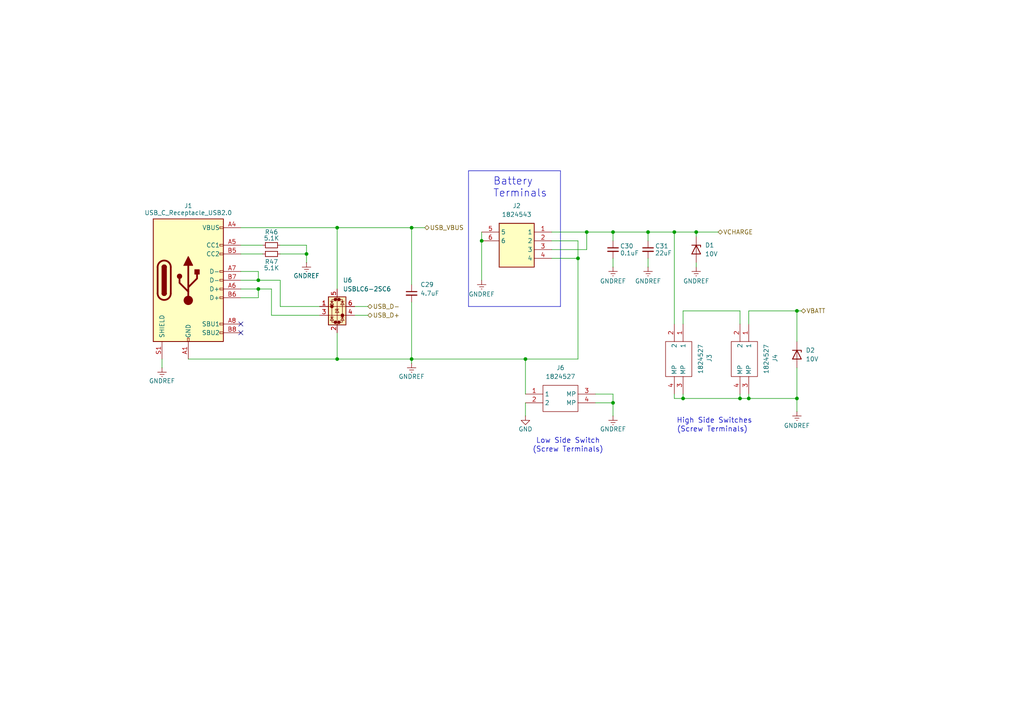
<source format=kicad_sch>
(kicad_sch (version 20231120) (generator "eeschema") (generator_version "8.0")
  (paper "A4")
  (lib_symbols
    (symbol "Connector:USB_C_Receptacle_USB2.0_16P" (pin_names (offset 1.016))
      (property "Reference" "J" (at 0 22.225 0))
      (property "Value" "USB_C_Receptacle_USB2.0_16P" (at 0 19.685 0))
      (symbol "USB_C_Receptacle_USB2.0_16P_0_0"
        (rectangle (start -0.254 -17.78) (end 0.254 -16.764))
        (rectangle (start 10.16 -14.986) (end 9.144 -15.494))
        (rectangle (start 10.16 -12.446) (end 9.144 -12.954))
        (rectangle (start 10.16 -4.826) (end 9.144 -5.334))
        (rectangle (start 10.16 -2.286) (end 9.144 -2.794))
        (rectangle (start 10.16 0.254) (end 9.144 -0.254))
        (rectangle (start 10.16 2.794) (end 9.144 2.286))
        (rectangle (start 10.16 7.874) (end 9.144 7.366))
        (rectangle (start 10.16 10.414) (end 9.144 9.906))
        (rectangle (start 10.16 15.494) (end 9.144 14.986))
      )
      (symbol "USB_C_Receptacle_USB2.0_16P_0_1"
        (rectangle (start -10.16 17.78) (end 10.16 -17.78) (stroke (width 0.254)) (fill (type background)))
        (arc (start -8.89 -3.81) (mid -6.985 -5.7067) (end -5.08 -3.81) (stroke (width 0.508)))
        (arc (start -7.62 -3.81) (mid -6.985 -4.4423) (end -6.35 -3.81) (stroke (width 0.254)))
        (arc (start -7.62 -3.81) (mid -6.985 -4.4423) (end -6.35 -3.81) (stroke (width 0.254)) (fill (type outline)))
        (rectangle (start -7.62 -3.81) (end -6.35 3.81) (stroke (width 0.254)) (fill (type outline)))
        (arc (start -6.35 3.81) (mid -6.985 4.4423) (end -7.62 3.81) (stroke (width 0.254)))
        (arc (start -6.35 3.81) (mid -6.985 4.4423) (end -7.62 3.81) (stroke (width 0.254)) (fill (type outline)))
        (arc (start -5.08 3.81) (mid -6.985 5.7067) (end -8.89 3.81) (stroke (width 0.508)))
        (circle (center -2.54 1.143) (radius 0.635) (stroke (width 0.254)) (fill (type outline)))
        (circle (center 0 -5.842) (radius 1.27) (fill (type outline)))
        (polyline (pts (xy -8.89 -3.81) (xy -8.89 3.81)) (stroke (width 0.508)))
        (polyline (pts (xy -5.08 3.81) (xy -5.08 -3.81)) (stroke (width 0.508)))
        (polyline (pts (xy 0 -5.842) (xy 0 4.318)) (stroke (width 0.508)))
        (polyline (pts (xy 0 -3.302) (xy -2.54 -0.762) (xy -2.54 0.508)) (stroke (width 0.508)))
        (polyline (pts (xy 0 -2.032) (xy 2.54 0.508) (xy 2.54 1.778)) (stroke (width 0.508)))
        (polyline (pts (xy -1.27 4.318) (xy 0 6.858) (xy 1.27 4.318) (xy -1.27 4.318)) (stroke (width 0.254)) (fill (type outline)))
        (rectangle (start 1.905 1.778) (end 3.175 3.048) (stroke (width 0.254)) (fill (type outline)))
      )
      (symbol "USB_C_Receptacle_USB2.0_16P_1_1"
        (pin passive line (at 0 -22.86 90) (length 5.08) (name "GND") (number "A1"))
        (pin passive line (at 0 -22.86 90) (length 5.08) hide (name "GND") (number "A12"))
        (pin passive line (at 15.24 15.24 180) (length 5.08) (name "VBUS") (number "A4"))
        (pin bidirectional line (at 15.24 10.16 180) (length 5.08) (name "CC1") (number "A5"))
        (pin bidirectional line (at 15.24 -2.54 180) (length 5.08) (name "D+") (number "A6"))
        (pin bidirectional line (at 15.24 2.54 180) (length 5.08) (name "D-") (number "A7"))
        (pin bidirectional line (at 15.24 -12.7 180) (length 5.08) (name "SBU1") (number "A8"))
        (pin passive line (at 15.24 15.24 180) (length 5.08) hide (name "VBUS") (number "A9"))
        (pin passive line (at 0 -22.86 90) (length 5.08) hide (name "GND") (number "B1"))
        (pin passive line (at 0 -22.86 90) (length 5.08) hide (name "GND") (number "B12"))
        (pin passive line (at 15.24 15.24 180) (length 5.08) hide (name "VBUS") (number "B4"))
        (pin bidirectional line (at 15.24 7.62 180) (length 5.08) (name "CC2") (number "B5"))
        (pin bidirectional line (at 15.24 -5.08 180) (length 5.08) (name "D+") (number "B6"))
        (pin bidirectional line (at 15.24 0 180) (length 5.08) (name "D-") (number "B7"))
        (pin bidirectional line (at 15.24 -15.24 180) (length 5.08) (name "SBU2") (number "B8"))
        (pin passive line (at 15.24 15.24 180) (length 5.08) hide (name "VBUS") (number "B9"))
        (pin passive line (at -7.62 -22.86 90) (length 5.08) (name "SHIELD") (number "S1"))
      )
    )
    (symbol "Device:C_Small" (pin_numbers hide) (pin_names (offset 0.254) hide)
      (property "Reference" "C" (at 0.254 1.778 0))
      (property "Value" "C_Small" (at 0.254 -2.032 0))
      (symbol "C_Small_0_1"
        (polyline (pts (xy -1.524 -0.508) (xy 1.524 -0.508)) (stroke (width 0.3302)))
        (polyline (pts (xy -1.524 0.508) (xy 1.524 0.508)) (stroke (width 0.3048)))
      )
      (symbol "C_Small_1_1"
        (pin passive line (at 0 2.54 270) (length 2.032) (name "~") (number "1"))
        (pin passive line (at 0 -2.54 90) (length 2.032) (name "~") (number "2"))
      )
    )
    (symbol "Device:D_Zener" (pin_numbers hide) (pin_names (offset 1.016) hide)
      (property "Reference" "D" (at 0 2.54 0))
      (property "Value" "D_Zener" (at 0 -2.54 0))
      (symbol "D_Zener_0_1"
        (polyline (pts (xy 1.27 0) (xy -1.27 0)))
        (polyline (pts (xy -1.27 -1.27) (xy -1.27 1.27) (xy -0.762 1.27)) (stroke (width 0.254)))
        (polyline (pts (xy 1.27 -1.27) (xy 1.27 1.27) (xy -1.27 0) (xy 1.27 -1.27)) (stroke (width 0.254)))
      )
      (symbol "D_Zener_1_1"
        (pin passive line (at -3.81 0 0) (length 2.54) (name "K") (number "1"))
        (pin passive line (at 3.81 0 180) (length 2.54) (name "A") (number "2"))
      )
    )
    (symbol "Device:R_Small" (pin_numbers hide) (pin_names (offset 0.254) hide)
      (property "Reference" "R" (at 0.762 0.508 0))
      (property "Value" "R_Small" (at 0.762 -1.016 0))
      (symbol "R_Small_0_1"
        (rectangle (start -0.762 1.778) (end 0.762 -1.778) (stroke (width 0.2032)))
      )
      (symbol "R_Small_1_1"
        (pin passive line (at 0 2.54 270) (length 0.762) (name "~") (number "1"))
        (pin passive line (at 0 -2.54 90) (length 0.762) (name "~") (number "2"))
      )
    )
    (symbol "MainBoard:1824527"
      (property "Reference" "J" (at 16.51 7.62 0))
      (property "Value" "1824527" (at 16.51 5.08 0))
      (symbol "1824527_0_1"
        (rectangle (start 5.08 2.54) (end 15.24 -5.08))
      )
      (symbol "1824527_1_1"
        (pin passive line (at 0 0 0) (length 5.08) (name "1") (number "1"))
        (pin passive line (at 0 -2.54 0) (length 5.08) (name "2") (number "2"))
        (pin passive line (at 20.32 0 180) (length 5.08) (name "MP") (number "3"))
        (pin passive line (at 20.32 -2.54 180) (length 5.08) (name "MP") (number "4"))
      )
    )
    (symbol "MainBoard:1824543"
      (property "Reference" "J" (at 16.51 7.62 0))
      (property "Value" "1824543" (at 16.51 5.08 0))
      (symbol "1824543_1_1"
        (rectangle (start 5.08 2.54) (end 15.24 -10.16) (stroke (width 0.254)) (fill (type background)))
        (pin passive line (at 20.32 0 180) (length 5.08) (name "1") (number "1"))
        (pin passive line (at 20.32 -2.54 180) (length 5.08) (name "2") (number "2"))
        (pin passive line (at 20.32 -5.08 180) (length 5.08) (name "3") (number "3"))
        (pin passive line (at 20.32 -7.62 180) (length 5.08) (name "4") (number "4"))
        (pin passive line (at 0 0 0) (length 5.08) (name "5") (number "5"))
        (pin passive line (at 0 -2.54 0) (length 5.08) (name "6") (number "6"))
      )
    )
    (symbol "Power_Protection:USBLC6-2SC6" (pin_names hide)
      (property "Reference" "U" (at 0.635 5.715 0))
      (property "Value" "USBLC6-2SC6" (at 0.635 3.81 0))
      (symbol "USBLC6-2SC6_0_0"
        (circle (center -1.524 0) (radius 0.0001) (stroke (width 0.508)))
        (circle (center -0.508 -4.572) (radius 0.0001) (stroke (width 0.508)))
        (circle (center -0.508 2.032) (radius 0.0001) (stroke (width 0.508)))
        (circle (center 0.508 -4.572) (radius 0.0001) (stroke (width 0.508)))
        (circle (center 0.508 2.032) (radius 0.0001) (stroke (width 0.508)))
        (circle (center 1.524 -2.54) (radius 0.0001) (stroke (width 0.508)))
      )
      (symbol "USBLC6-2SC6_0_1"
        (polyline (pts (xy -2.54 -2.54) (xy 2.54 -2.54)))
        (polyline (pts (xy -2.54 0) (xy 2.54 0)))
        (polyline (pts (xy -2.032 -3.048) (xy -1.016 -3.048)))
        (polyline (pts (xy -1.016 1.524) (xy -2.032 1.524)))
        (polyline (pts (xy 1.016 -3.048) (xy 2.032 -3.048)))
        (polyline (pts (xy 1.016 1.524) (xy 2.032 1.524)))
        (polyline (pts (xy -0.508 -1.143) (xy -0.508 -0.762) (xy 0.508 -0.762)))
        (polyline (pts (xy -2.032 0.508) (xy -1.016 0.508) (xy -1.524 1.524) (xy -2.032 0.508)))
        (polyline (pts (xy -1.016 -4.064) (xy -2.032 -4.064) (xy -1.524 -3.048) (xy -1.016 -4.064)))
        (polyline (pts (xy 0.508 -1.778) (xy -0.508 -1.778) (xy 0 -0.762) (xy 0.508 -1.778)))
        (polyline (pts (xy 2.032 -4.064) (xy 1.016 -4.064) (xy 1.524 -3.048) (xy 2.032 -4.064)))
        (polyline (pts (xy 2.032 0.508) (xy 1.016 0.508) (xy 1.524 1.524) (xy 2.032 0.508)))
        (polyline (pts (xy 0 2.54) (xy -0.508 2.032) (xy 0.508 2.032) (xy 0 1.524) (xy 0 -4.064) (xy -0.508 -4.572) (xy 0.508 -4.572) (xy 0 -5.08)))
      )
      (symbol "USBLC6-2SC6_1_1"
        (rectangle (start -2.54 2.794) (end 2.54 -5.334) (stroke (width 0.254)) (fill (type background)))
        (polyline (pts (xy -0.508 2.032) (xy -1.524 2.032) (xy -1.524 -4.572) (xy -0.508 -4.572)))
        (polyline (pts (xy 0.508 -4.572) (xy 1.524 -4.572) (xy 1.524 2.032) (xy 0.508 2.032)))
        (pin passive line (at -5.08 0 0) (length 2.54) (name "I/O1") (number "1"))
        (pin passive line (at 0 -7.62 90) (length 2.54) (name "GND") (number "2"))
        (pin passive line (at -5.08 -2.54 0) (length 2.54) (name "I/O2") (number "3"))
        (pin passive line (at 5.08 -2.54 180) (length 2.54) (name "I/O2") (number "4"))
        (pin passive line (at 0 5.08 270) (length 2.54) (name "VBUS") (number "5"))
        (pin passive line (at 5.08 0 180) (length 2.54) (name "I/O1") (number "6"))
      )
    )
    (symbol "power:GND" (power) (pin_numbers hide) (pin_names (offset 0) hide)
      (property "Value" "GND" (at 0 -3.81 0))
      (symbol "GND_0_1"
        (polyline (pts (xy 0 0) (xy 0 -1.27) (xy 1.27 -1.27) (xy 0 -2.54) (xy -1.27 -1.27) (xy 0 -1.27)))
      )
      (symbol "GND_1_1"
        (pin power_in line (at 0 0 270) (length 0) (name "~") (number "1"))
      )
    )
    (symbol "power:GNDREF" (power) (pin_numbers hide) (pin_names (offset 0) hide)
      (property "Value" "GNDREF" (at 0 -3.81 0))
      (symbol "GNDREF_0_1"
        (polyline (pts (xy -0.635 -1.905) (xy 0.635 -1.905)))
        (polyline (pts (xy -0.127 -2.54) (xy 0.127 -2.54)))
        (polyline (pts (xy 0 -1.27) (xy 0 0)))
        (polyline (pts (xy 1.27 -1.27) (xy -1.27 -1.27)))
      )
      (symbol "GNDREF_1_1"
        (pin power_in line (at 0 0 270) (length 0) (name "~") (number "1"))
      )
    )
  )
  (junction (at 231.14 115.57))
  (junction (at 119.38 104.14))
  (junction (at 214.63 115.57))
  (junction (at 152.4 104.14))
  (junction (at 97.79 104.14))
  (junction (at 170.18 67.31))
  (junction (at 217.17 115.57))
  (junction (at 97.79 66.04))
  (junction (at 231.14 90.17))
  (junction (at 187.96 67.31))
  (junction (at 177.8 67.31))
  (junction (at 74.93 83.82))
  (junction (at 139.7 69.85))
  (junction (at 167.64 74.93))
  (junction (at 88.9 73.66))
  (junction (at 119.38 66.04))
  (junction (at 201.93 67.31))
  (junction (at 195.58 67.31))
  (junction (at 177.8 116.84))
  (junction (at 198.12 115.57))
  (junction (at 74.93 81.28))
  (no_connect (at 69.85 93.98))
  (no_connect (at 69.85 96.52))
  (wire (pts (xy 177.8 74.93) (xy 177.8 77.47)))
  (wire (pts (xy 195.58 115.57) (xy 198.12 115.57)))
  (wire (pts (xy 177.8 116.84) (xy 177.8 120.65)))
  (wire (pts (xy 187.96 77.47) (xy 187.96 74.93)))
  (wire (pts (xy 214.63 115.57) (xy 217.17 115.57)))
  (wire (pts (xy 167.64 74.93) (xy 167.64 104.14)))
  (wire (pts (xy 119.38 66.04) (xy 123.19 66.04)))
  (wire (pts (xy 217.17 115.57) (xy 231.14 115.57)))
  (wire (pts (xy 119.38 105.41) (xy 119.38 104.14)))
  (wire (pts (xy 167.64 69.85) (xy 167.64 74.93)))
  (wire (pts (xy 152.4 114.3) (xy 152.4 104.14)))
  (wire (pts (xy 160.02 67.31) (xy 170.18 67.31)))
  (wire (pts (xy 74.93 81.28) (xy 81.28 81.28)))
  (wire (pts (xy 152.4 116.84) (xy 152.4 120.65)))
  (wire (pts (xy 177.8 114.3) (xy 177.8 116.84)))
  (wire (pts (xy 119.38 66.04) (xy 119.38 82.55)))
  (wire (pts (xy 214.63 90.17) (xy 214.63 93.98)))
  (wire (pts (xy 81.28 71.12) (xy 88.9 71.12)))
  (polyline (pts (xy 135.89 88.9) (xy 135.89 49.53)))
  (wire (pts (xy 74.93 83.82) (xy 69.85 83.82)))
  (wire (pts (xy 160.02 74.93) (xy 167.64 74.93)))
  (wire (pts (xy 119.38 104.14) (xy 152.4 104.14)))
  (wire (pts (xy 74.93 78.74) (xy 74.93 81.28)))
  (wire (pts (xy 74.93 83.82) (xy 78.74 83.82)))
  (wire (pts (xy 195.58 67.31) (xy 195.58 93.98)))
  (wire (pts (xy 160.02 72.39) (xy 170.18 72.39)))
  (wire (pts (xy 201.93 67.31) (xy 201.93 68.58)))
  (wire (pts (xy 119.38 66.04) (xy 97.79 66.04)))
  (wire (pts (xy 97.79 66.04) (xy 97.79 83.82)))
  (wire (pts (xy 160.02 69.85) (xy 167.64 69.85)))
  (wire (pts (xy 81.28 73.66) (xy 88.9 73.66)))
  (wire (pts (xy 78.74 91.44) (xy 78.74 83.82)))
  (wire (pts (xy 170.18 67.31) (xy 177.8 67.31)))
  (wire (pts (xy 152.4 104.14) (xy 167.64 104.14)))
  (wire (pts (xy 46.99 104.14) (xy 46.99 106.68)))
  (polyline (pts (xy 135.89 49.53) (xy 162.56 49.53)))
  (wire (pts (xy 139.7 69.85) (xy 139.7 81.28)))
  (wire (pts (xy 170.18 67.31) (xy 170.18 72.39)))
  (wire (pts (xy 69.85 73.66) (xy 76.2 73.66)))
  (wire (pts (xy 97.79 66.04) (xy 69.85 66.04)))
  (wire (pts (xy 102.87 91.44) (xy 106.68 91.44)))
  (wire (pts (xy 198.12 115.57) (xy 214.63 115.57)))
  (wire (pts (xy 119.38 87.63) (xy 119.38 104.14)))
  (wire (pts (xy 97.79 96.52) (xy 97.79 104.14)))
  (wire (pts (xy 81.28 88.9) (xy 81.28 81.28)))
  (wire (pts (xy 214.63 114.3) (xy 214.63 115.57)))
  (wire (pts (xy 217.17 93.98) (xy 217.17 90.17)))
  (wire (pts (xy 139.7 67.31) (xy 139.7 69.85)))
  (wire (pts (xy 201.93 67.31) (xy 208.28 67.31)))
  (wire (pts (xy 69.85 71.12) (xy 76.2 71.12)))
  (wire (pts (xy 217.17 114.3) (xy 217.17 115.57)))
  (wire (pts (xy 187.96 69.85) (xy 187.96 67.31)))
  (wire (pts (xy 195.58 67.31) (xy 201.93 67.31)))
  (wire (pts (xy 231.14 90.17) (xy 231.14 99.06)))
  (wire (pts (xy 88.9 76.2) (xy 88.9 73.66)))
  (wire (pts (xy 231.14 106.68) (xy 231.14 115.57)))
  (wire (pts (xy 172.72 114.3) (xy 177.8 114.3)))
  (wire (pts (xy 177.8 67.31) (xy 187.96 67.31)))
  (wire (pts (xy 198.12 114.3) (xy 198.12 115.57)))
  (wire (pts (xy 231.14 90.17) (xy 232.41 90.17)))
  (wire (pts (xy 69.85 78.74) (xy 74.93 78.74)))
  (wire (pts (xy 198.12 90.17) (xy 214.63 90.17)))
  (polyline (pts (xy 135.89 88.9) (xy 162.56 88.9)))
  (wire (pts (xy 195.58 114.3) (xy 195.58 115.57)))
  (wire (pts (xy 54.61 104.14) (xy 97.79 104.14)))
  (wire (pts (xy 187.96 67.31) (xy 195.58 67.31)))
  (wire (pts (xy 231.14 115.57) (xy 231.14 119.38)))
  (wire (pts (xy 69.85 86.36) (xy 74.93 86.36)))
  (polyline (pts (xy 162.56 88.9) (xy 162.56 49.53)))
  (wire (pts (xy 81.28 88.9) (xy 92.71 88.9)))
  (wire (pts (xy 102.87 88.9) (xy 106.68 88.9)))
  (wire (pts (xy 177.8 69.85) (xy 177.8 67.31)))
  (wire (pts (xy 97.79 104.14) (xy 119.38 104.14)))
  (wire (pts (xy 201.93 76.2) (xy 201.93 77.47)))
  (wire (pts (xy 172.72 116.84) (xy 177.8 116.84)))
  (wire (pts (xy 198.12 90.17) (xy 198.12 93.98)))
  (wire (pts (xy 92.71 91.44) (xy 78.74 91.44)))
  (wire (pts (xy 88.9 71.12) (xy 88.9 73.66)))
  (wire (pts (xy 74.93 81.28) (xy 69.85 81.28)))
  (wire (pts (xy 217.17 90.17) (xy 231.14 90.17)))
  (wire (pts (xy 74.93 86.36) (xy 74.93 83.82)))
  (text "High Side Switches" (at 218.186 122.936 0) (effects (font (size 1.4986 1.4986)) (justify right bottom)))
  (text "Low Side Switch" (at 155.448 128.778 0) (effects (font (size 1.4986 1.4986)) (justify left bottom)))
  (text "(Screw Terminals)" (at 154.432 131.318 0) (effects (font (size 1.4986 1.4986)) (justify left bottom)))
  (text "(Screw Terminals)" (at 216.916 125.476 0) (effects (font (size 1.4986 1.4986)) (justify right bottom)))
  (text "Battery\nTerminals" (at 143.002 57.404 0) (effects (font (size 2.159 2.159)) (justify left bottom)))
  (hierarchical_label "VBATT" (shape bidirectional) (at 232.41 90.17 0))
  (hierarchical_label "USB_D-" (shape bidirectional) (at 106.68 88.9 0))
  (hierarchical_label "VCHARGE" (shape bidirectional) (at 208.28 67.31 0))
  (hierarchical_label "USB_VBUS" (shape bidirectional) (at 123.19 66.04 0))
  (hierarchical_label "USB_D+" (shape bidirectional) (at 106.68 91.44 0))
  (symbol (lib_id "power:GNDREF") (at 177.8 120.65 0) (unit 1)
    (property "Reference" "#PWR079" (effects (hide yes)))
    (property "Value" "GNDREF" (at 177.8 124.46 0))
    (property "Description" "Power symbol creates a global label with name \"GNDREF\" , reference supply ground" (effects (hide yes)))
  )
  (symbol (lib_id "Device:R_Small") (at 78.74 71.12 270) (mirror x) (unit 1)
    (property "Reference" "R46" (at 78.74 67.31 90))
    (property "Value" "5.1K" (at 78.74 69.088 90))
    (property "Footprint" "Resistor_SMD:R_0603_1608Metric" (effects (hide yes)))
    (property "Description" "Resistor, small symbol" (effects (hide yes)))
  )
  (symbol (lib_id "MainBoard:1824527") (at 217.17 93.98 270) (unit 1)
    (property "Reference" "J4" (at 224.79 103.886 0))
    (property "Value" "1824527" (at 222.25 104.14 0))
    (property "Footprint" "1824527" (effects (hide yes)))
    (property "Datasheet" "http://www.phoenixcontact.com/de/produkte/1824527/pdf" (effects (hide yes)))
    (property "Description" "PCB terminal block, nominal current: 13.5 A, rated voltage (III/2): 160 V, nominal cross section: 1.5 mm?, Number of potentials: 2, Number of rows: 1, Number of positions per row: 2, product range: SPT 1,5/..-H-SMD, pitch: 3.5 mm, connection method: Push-in spring connection, mounting: SMD soldering, conductor/PCB connection direction: 0 ?, color: black, Pin layout: Linear pad geometry, Solder pin [P]: 2 mm, type of packaging: 24 mm wide tape. Sample values available under SAMPLE SPT..." (effects (hide yes)))
    (property "Height" "7.85" (effects (hide yes)))
    (property "Mouser Part Number" "651-1824527" (effects (hide yes)))
    (property "Mouser Price/Stock" "https://www.mouser.co.uk/ProductDetail/Phoenix-Contact/1824527?qs=GaJ26EWJkZQD9eY6ALrVBw%3D%3D" (effects (hide yes)))
    (property "Manufacturer_Name" "Phoenix Contact" (effects (hide yes)))
    (property "Manufacturer_Part_Number" "1824527" (effects (hide yes)))
  )
  (symbol (lib_id "power:GNDREF") (at 177.8 77.47 0) (unit 1)
    (property "Reference" "#PWR074" (effects (hide yes)))
    (property "Value" "GNDREF" (at 177.8 81.534 0))
    (property "Description" "Power symbol creates a global label with name \"GNDREF\" , reference supply ground" (effects (hide yes)))
  )
  (symbol (lib_id "Device:R_Small") (at 78.74 73.66 270) (mirror x) (unit 1)
    (property "Reference" "R47" (at 78.74 75.946 90))
    (property "Value" "5.1K" (at 78.74 77.724 90))
    (property "Footprint" "Resistor_SMD:R_0603_1608Metric" (effects (hide yes)))
    (property "Description" "Resistor, small symbol" (effects (hide yes)))
  )
  (symbol (lib_id "power:GNDREF") (at 201.93 77.47 0) (unit 1)
    (property "Reference" "#PWR077" (effects (hide yes)))
    (property "Value" "GNDREF" (at 201.93 81.534 0))
    (property "Description" "Power symbol creates a global label with name \"GNDREF\" , reference supply ground" (effects (hide yes)))
  )
  (symbol (lib_id "Device:C_Small") (at 187.96 72.39 0) (unit 1)
    (property "Reference" "C31" (at 189.992 71.374 0) (effects (justify left)))
    (property "Value" "22uF" (at 189.992 73.406 0) (effects (justify left)))
    (property "Footprint" "Capacitor_SMD:C_0603_1608Metric" (effects (hide yes)))
    (property "Description" "22uF +-20% 10V X5R" (effects (hide yes)))
  )
  (symbol (lib_id "power:GND") (at 152.4 120.65 0) (unit 1)
    (property "Reference" "#PWR073" (effects (hide yes)))
    (property "Value" "GND" (at 152.4 124.46 0))
    (property "Description" "Power symbol creates a global label with name \"GND\" , ground" (effects (hide yes)))
  )
  (symbol (lib_id "power:GNDREF") (at 119.38 105.41 0) (unit 1)
    (property "Reference" "#PWR072" (effects (hide yes)))
    (property "Value" "GNDREF" (at 119.38 109.22 0))
    (property "Description" "Power symbol creates a global label with name \"GNDREF\" , reference supply ground" (effects (hide yes)))
  )
  (symbol (lib_id "Connector:USB_C_Receptacle_USB2.0_16P") (at 54.61 81.28 0) (unit 1)
    (property "Reference" "J1" (at 54.61 59.69 0))
    (property "Value" "USB_C_Receptacle_USB2.0" (at 54.61 61.722 0))
    (property "Footprint" "Connector_USB:USB_C_Receptacle_HRO_TYPE-C-31-M-12" (effects (hide yes)))
    (property "Datasheet" "https://www.usb.org/sites/default/files/documents/usb_type-c.zip" (effects (hide yes)))
    (property "Description" "USB 2.0-only 16P Type-C Receptacle connector" (effects (hide yes)))
    (property "Flight" "U262-161N-4BVC11" (effects (hide yes)))
    (property "Manufacturer_Name" "XKB Connectivity" (effects (hide yes)))
    (property "Manufacturer_Part_Number" "U262-161N-4BVC11" (effects (hide yes)))
    (property "Proto" "U262-161N-4BVC11" (effects (hide yes)))
  )
  (symbol (lib_id "power:GNDREF") (at 46.99 106.68 0) (unit 1)
    (property "Reference" "#PWR070" (effects (hide yes)))
    (property "Value" "GNDREF" (at 46.99 110.49 0))
    (property "Description" "Power symbol creates a global label with name \"GNDREF\" , reference supply ground" (effects (hide yes)))
  )
  (symbol (lib_id "power:GNDREF") (at 187.96 77.47 0) (unit 1)
    (property "Reference" "#PWR075" (effects (hide yes)))
    (property "Value" "GNDREF" (at 187.96 81.534 0))
    (property "Description" "Power symbol creates a global label with name \"GNDREF\" , reference supply ground" (effects (hide yes)))
  )
  (symbol (lib_id "Device:D_Zener") (at 201.93 72.39 270) (unit 1)
    (property "Reference" "D1" (at 204.47 71.1199 90) (effects (justify left)))
    (property "Value" "10V" (at 204.47 73.6599 90) (effects (justify left)))
    (property "Description" "Zener diode" (effects (hide yes)))
  )
  (symbol (lib_id "power:GNDREF") (at 139.7 81.28 0) (unit 1)
    (property "Reference" "#PWR076" (effects (hide yes)))
    (property "Value" "GNDREF" (at 139.7 85.344 0))
    (property "Description" "Power symbol creates a global label with name \"GNDREF\" , reference supply ground" (effects (hide yes)))
  )
  (symbol (lib_id "Device:C_Small") (at 177.8 72.39 0) (unit 1)
    (property "Reference" "C30" (at 179.832 71.374 0) (effects (justify left)))
    (property "Value" "0.1uF" (at 179.832 73.406 0) (effects (justify left)))
    (property "Footprint" "Capacitor_SMD:C_0603_1608Metric" (effects (hide yes)))
    (property "Description" "0.1uF +-10% 50V X7R 0603" (effects (hide yes)))
  )
  (symbol (lib_id "Device:D_Zener") (at 231.14 102.87 270) (unit 1)
    (property "Reference" "D2" (at 233.68 101.5999 90) (effects (justify left)))
    (property "Value" "10V" (at 233.68 104.1399 90) (effects (justify left)))
    (property "Description" "Zener diode" (effects (hide yes)))
  )
  (symbol (lib_id "MainBoard:1824527") (at 152.4 114.3 0) (unit 1)
    (property "Reference" "J6" (at 162.56 106.68 0))
    (property "Value" "1824527" (at 162.56 109.22 0))
    (property "Footprint" "1824527" (effects (hide yes)))
    (property "Datasheet" "http://www.phoenixcontact.com/de/produkte/1824527/pdf" (effects (hide yes)))
    (property "Description" "PCB terminal block, nominal current: 13.5 A, rated voltage (III/2): 160 V, nominal cross section: 1.5 mm?, Number of potentials: 2, Number of rows: 1, Number of positions per row: 2, product range: SPT 1,5/..-H-SMD, pitch: 3.5 mm, connection method: Push-in spring connection, mounting: SMD soldering, conductor/PCB connection direction: 0 ?, color: black, Pin layout: Linear pad geometry, Solder pin [P]: 2 mm, type of packaging: 24 mm wide tape. Sample values available under SAMPLE SPT..." (effects (hide yes)))
    (property "Height" "7.85" (effects (hide yes)))
    (property "Mouser Part Number" "651-1824527" (effects (hide yes)))
    (property "Mouser Price/Stock" "https://www.mouser.co.uk/ProductDetail/Phoenix-Contact/1824527?qs=GaJ26EWJkZQD9eY6ALrVBw%3D%3D" (effects (hide yes)))
    (property "Manufacturer_Name" "Phoenix Contact" (effects (hide yes)))
    (property "Manufacturer_Part_Number" "1824527" (effects (hide yes)))
  )
  (symbol (lib_id "MainBoard:1824527") (at 198.12 93.98 270) (unit 1)
    (property "Reference" "J3" (at 205.74 103.886 0))
    (property "Value" "1824527" (at 203.2 104.14 0))
    (property "Footprint" "1824527" (effects (hide yes)))
    (property "Datasheet" "http://www.phoenixcontact.com/de/produkte/1824527/pdf" (effects (hide yes)))
    (property "Description" "PCB terminal block, nominal current: 13.5 A, rated voltage (III/2): 160 V, nominal cross section: 1.5 mm?, Number of potentials: 2, Number of rows: 1, Number of positions per row: 2, product range: SPT 1,5/..-H-SMD, pitch: 3.5 mm, connection method: Push-in spring connection, mounting: SMD soldering, conductor/PCB connection direction: 0 ?, color: black, Pin layout: Linear pad geometry, Solder pin [P]: 2 mm, type of packaging: 24 mm wide tape. Sample values available under SAMPLE SPT..." (effects (hide yes)))
    (property "Height" "7.85" (effects (hide yes)))
    (property "Mouser Part Number" "651-1824527" (effects (hide yes)))
    (property "Mouser Price/Stock" "https://www.mouser.co.uk/ProductDetail/Phoenix-Contact/1824527?qs=GaJ26EWJkZQD9eY6ALrVBw%3D%3D" (effects (hide yes)))
    (property "Manufacturer_Name" "Phoenix Contact" (effects (hide yes)))
    (property "Manufacturer_Part_Number" "1824527" (effects (hide yes)))
  )
  (symbol (lib_id "power:GNDREF") (at 88.9 76.2 0) (unit 1)
    (property "Reference" "#PWR071" (effects (hide yes)))
    (property "Value" "GNDREF" (at 88.9 80.01 0))
    (property "Description" "Power symbol creates a global label with name \"GNDREF\" , reference supply ground" (effects (hide yes)))
  )
  (symbol (lib_id "power:GNDREF") (at 231.14 119.38 0) (unit 1)
    (property "Reference" "#PWR078" (effects (hide yes)))
    (property "Value" "GNDREF" (at 231.14 123.444 0))
    (property "Description" "Power symbol creates a global label with name \"GNDREF\" , reference supply ground" (effects (hide yes)))
  )
  (symbol (lib_id "Power_Protection:USBLC6-2SC6") (at 97.79 88.9 0) (unit 1)
    (property "Reference" "U6" (at 99.4411 81.28 0) (effects (justify left)))
    (property "Value" "USBLC6-2SC6" (at 99.4411 83.82 0) (effects (justify left)))
    (property "Footprint" "Package_TO_SOT_SMD:SOT-23-6" (effects (hide yes)))
    (property "Datasheet" "https://www.st.com/resource/en/datasheet/usblc6-2.pdf" (effects (hide yes)))
    (property "Description" "Very low capacitance ESD protection diode, 2 data-line, SOT-23-6" (effects (hide yes)))
  )
  (symbol (lib_id "Device:C_Small") (at 119.38 85.09 0) (unit 1)
    (property "Reference" "C29" (at 121.92 82.55 0) (effects (justify left)))
    (property "Value" "4.7uF" (at 121.92 85.09 0) (effects (justify left)))
    (property "Footprint" "Capacitor_SMD:C_0603_1608Metric" (effects (hide yes)))
    (property "Description" "4.7uF +-20% 10V X5R" (effects (hide yes)))
  )
  (symbol (lib_id "MainBoard:1824543") (at 139.7 67.31 0) (unit 1)
    (property "Reference" "J2" (at 149.86 59.69 0))
    (property "Value" "1824543" (at 149.86 62.23 0))
    (property "Footprint" "1824543" (effects (hide yes)))
    (property "Datasheet" "http://www.phoenixcontact.com/de/produkte/1824543/pdf" (effects (hide yes)))
    (property "Description" "PCB terminal block, nominal current: 13.5 A, rated voltage (III/2): 160 V, nominal cross section: 1.5 mm?, Number of potentials: 4, Number of rows: 1, Number of positions per row: 4, product range: SPT 1,5/..-H-SMD, pitch: 3.5 mm, connection method: Push-in spring connection, mounting: SMD soldering, conductor/PCB connection direction: 0 ?, color: black, Pin layout: Linear pad geometry, Solder pin [P]: 2 mm, type of packaging: 44 mm wide tape. Sample values available under SAMPLE SPT..." (effects (hide yes)))
    (property "Height" "7.85" (effects (hide yes)))
    (property "Manufacturer_Name" "Phoenix Contact" (effects (hide yes)))
    (property "Manufacturer_Part_Number" "1824543" (effects (hide yes)))
    (property "Mouser Part Number" "651-1824543" (effects (hide yes)))
    (property "Mouser Price/Stock" "https://www.mouser.co.uk/ProductDetail/Phoenix-Contact/1824543?qs=GaJ26EWJkZQ%252BT6XS11%252BqCA%3D%3D" (effects (hide yes)))
    (property "Arrow Part Number" "1824543" (effects (hide yes)))
    (property "Arrow Price/Stock" "https://www.arrow.com/en/products/1824543/phoenix-contact" (effects (hide yes)))
  )
)
</source>
